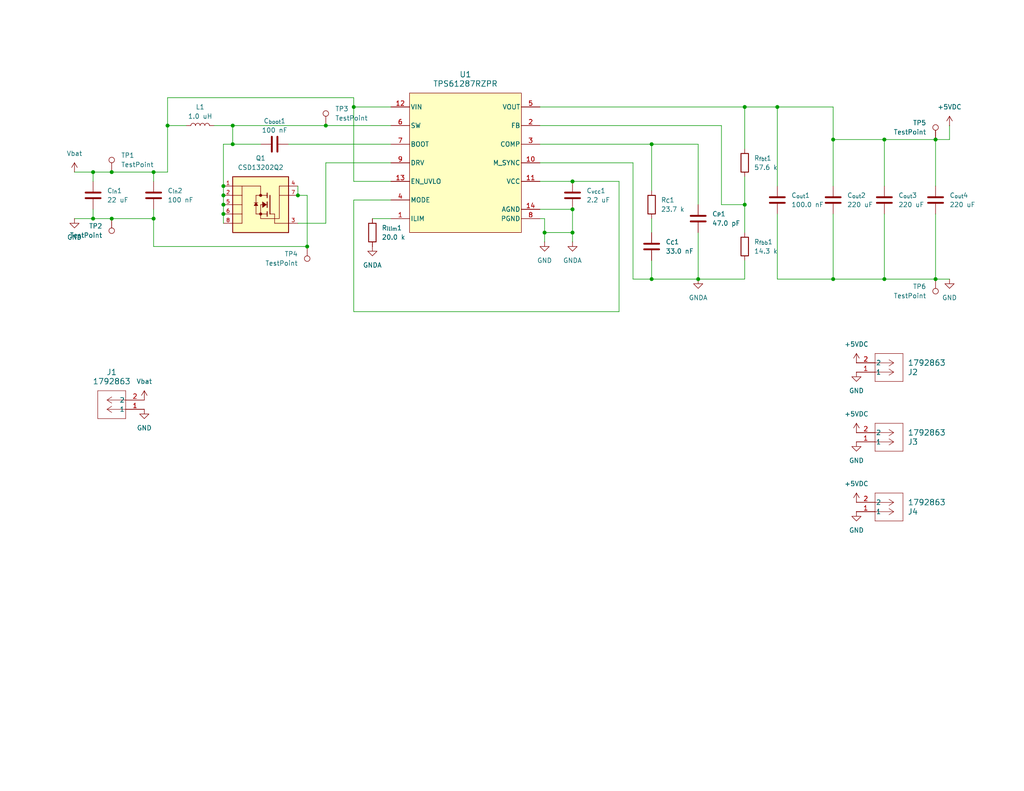
<source format=kicad_sch>
(kicad_sch (version 20250114) (generator "eeschema") (generator_version "9.0")
  (paper "USLetter")
  (title_block (title "5V, 10 A boost supply from 3.0-4.2 VDC input schematic") (date "2025-07-19") (rev "v1.0") (comment 1 "See details at github.com/jseyfert3/5V-Power-Supply") (comment 2 "Released under GPL-3.0-or-later license") (comment 3 "Copyright 2025 Jonathan Seyfert"))
  (lib_symbols
    (symbol "1792863:1792863" (pin_names (offset 0.254))
      (property "Reference" "J" (at 8.89 6.35 0))
      (property "Value" "1792863" (at 0 0 0))
      (symbol "1792863_0_1"
        (polyline (pts (xy 5.08 2.54) (xy 5.08 -5.08)) (stroke (width 0.127)))
        (polyline (pts (xy 5.08 -5.08) (xy 12.7 -5.08)) (stroke (width 0.127)))
        (polyline (pts (xy 10.16 0) (xy 5.08 0)) (stroke (width 0.127)))
        (polyline (pts (xy 10.16 0) (xy 8.89 0.8467)) (stroke (width 0.127)))
        (polyline (pts (xy 10.16 0) (xy 8.89 -0.8467)) (stroke (width 0.127)))
        (polyline (pts (xy 10.16 -2.54) (xy 5.08 -2.54)) (stroke (width 0.127)))
        (polyline (pts (xy 10.16 -2.54) (xy 8.89 -1.6933)) (stroke (width 0.127)))
        (polyline (pts (xy 10.16 -2.54) (xy 8.89 -3.3867)) (stroke (width 0.127)))
        (polyline (pts (xy 12.7 2.54) (xy 5.08 2.54)) (stroke (width 0.127)))
        (polyline (pts (xy 12.7 -5.08) (xy 12.7 2.54)) (stroke (width 0.127)))
        (pin unspecified line (at 0 0 0) (length 5.08) (name "1") (number "1"))
        (pin unspecified line (at 0 -2.54 0) (length 5.08) (name "2") (number "2"))
      )
    )
    (symbol "CSD13202Q2:CSD13202Q2" (pin_names (offset 1.016))
      (property "Reference" "Q" (at -7.62 8.382 0))
      (property "Value" "CSD13202Q2" (at -7.62 -8.382 0))
      (symbol "CSD13202Q2_0_0"
        (polyline (pts (xy -7.62 5.08) (xy -5.08 5.08)) (stroke (width 0.1524)))
        (polyline (pts (xy -7.62 2.54) (xy -5.08 2.54)) (stroke (width 0.1524)))
        (polyline (pts (xy -7.62 -5.08) (xy -3.81 -5.08)) (stroke (width 0.1524)))
        (rectangle (start -7.62 -7.62) (end 7.62 7.62) (stroke (width 0.254)) (fill (type background)))
        (polyline (pts (xy -5.08 5.08) (xy -5.08 2.54)) (stroke (width 0.1524)))
        (polyline (pts (xy -5.08 2.54) (xy -5.08 -3.81)) (stroke (width 0.1524)))
        (polyline (pts (xy -5.08 -3.81) (xy 0 -3.81)) (stroke (width 0.1524)))
        (polyline (pts (xy -3.81 -2.54) (xy -2.54 -2.54)) (stroke (width 0.1524)))
        (polyline (pts (xy -3.81 -5.08) (xy -3.81 -2.54)) (stroke (width 0.1524)))
        (polyline (pts (xy -2.54 2.54) (xy -2.54 -2.54)) (stroke (width 0.254)))
        (polyline (pts (xy -1.778 3.175) (xy -1.778 2.54)) (stroke (width 0.254)))
        (polyline (pts (xy -1.778 2.54) (xy -1.778 1.905)) (stroke (width 0.254)))
        (polyline (pts (xy -1.778 2.54) (xy 0 2.54)) (stroke (width 0.1524)))
        (polyline (pts (xy -1.778 0.762) (xy -1.778 0)) (stroke (width 0.254)))
        (polyline (pts (xy -1.778 0) (xy -1.778 -0.762)) (stroke (width 0.254)))
        (polyline (pts (xy -1.778 0) (xy 0 0)) (stroke (width 0.1524)))
        (polyline (pts (xy -1.778 -1.905) (xy -1.778 -2.54)) (stroke (width 0.254)))
        (polyline (pts (xy -1.778 -2.54) (xy -1.778 -3.175)) (stroke (width 0.254)))
        (polyline (pts (xy -1.524 0) (xy -0.508 0.762) (xy -0.508 -0.762) (xy -1.524 0)) (stroke (width 0.1524)) (fill (type outline)))
        (polyline (pts (xy 0 5.08) (xy 0 2.54)) (stroke (width 0.1524)))
        (circle (center 0 2.54) (radius 0.2032) (stroke (width 0.4064)))
        (polyline (pts (xy 0 2.54) (xy 1.27 2.54)) (stroke (width 0.1524)))
        (polyline (pts (xy 0 0) (xy 0 -2.54)) (stroke (width 0.1524)))
        (polyline (pts (xy 0 -2.54) (xy -1.778 -2.54)) (stroke (width 0.1524)))
        (polyline (pts (xy 0 -2.54) (xy 1.27 -2.54)) (stroke (width 0.1524)))
        (circle (center 0 -2.54) (radius 0.2032) (stroke (width 0.4064)))
        (polyline (pts (xy 0 -3.81) (xy 0 -2.54)) (stroke (width 0.1524)))
        (polyline (pts (xy 1.27 2.54) (xy 1.27 0.508)) (stroke (width 0.1524)))
        (polyline (pts (xy 1.27 0.508) (xy 0.762 0.508)) (stroke (width 0.1524)))
        (polyline (pts (xy 1.27 0.508) (xy 1.27 -2.54)) (stroke (width 0.1524)))
        (polyline (pts (xy 1.27 0.508) (xy 0.762 -0.254) (xy 1.778 -0.254) (xy 1.27 0.508)) (stroke (width 0.1524)) (fill (type outline)))
        (polyline (pts (xy 1.778 0.508) (xy 1.27 0.508)) (stroke (width 0.1524)))
        (polyline (pts (xy 5.08 5.08) (xy 0 5.08)) (stroke (width 0.1524)))
        (polyline (pts (xy 5.08 5.08) (xy 7.62 5.08)) (stroke (width 0.1524)))
        (polyline (pts (xy 5.08 2.54) (xy 5.08 5.08)) (stroke (width 0.1524)))
        (polyline (pts (xy 5.08 2.54) (xy 7.62 2.54)) (stroke (width 0.1524)))
        (polyline (pts (xy 5.08 0) (xy 5.08 2.54)) (stroke (width 0.1524)))
        (polyline (pts (xy 5.08 0) (xy 7.62 0)) (stroke (width 0.1524)))
        (polyline (pts (xy 5.08 -2.54) (xy 5.08 0)) (stroke (width 0.1524)))
        (polyline (pts (xy 5.08 -2.54) (xy 7.62 -2.54)) (stroke (width 0.1524)))
        (polyline (pts (xy 5.08 -5.08) (xy 5.08 -2.54)) (stroke (width 0.1524)))
        (polyline (pts (xy 5.08 -5.08) (xy 7.62 -5.08)) (stroke (width 0.1524)))
        (pin passive line (at -10.16 5.08 0) (length 2.54) (name "~") (number "4"))
        (pin passive line (at -10.16 2.54 0) (length 2.54) (name "~") (number "7"))
        (pin passive line (at -10.16 -5.08 0) (length 2.54) (name "~") (number "3"))
        (pin passive line (at 10.16 5.08 180) (length 2.54) (name "~") (number "1"))
        (pin passive line (at 10.16 2.54 180) (length 2.54) (name "~") (number "2"))
        (pin passive line (at 10.16 0 180) (length 2.54) (name "~") (number "5"))
        (pin passive line (at 10.16 -2.54 180) (length 2.54) (name "~") (number "6"))
        (pin passive line (at 10.16 -5.08 180) (length 2.54) (name "~") (number "8"))
      )
    )
    (symbol "Connector:TestPoint" (pin_numbers (hide yes)) (pin_names (offset 0.762) (hide yes))
      (property "Reference" "TP" (at 0 6.858 0))
      (property "Value" "TestPoint" (at 0 5.08 0))
      (symbol "TestPoint_0_1"
        (circle (center 0 3.302) (radius 0.762))
      )
      (symbol "TestPoint_1_1"
        (pin passive line (at 0 0 90) (length 2.54) (name "1") (number "1"))
      )
    )
    (symbol "Device:C" (pin_numbers (hide yes)) (pin_names (offset 0.254))
      (property "Reference" "C" (at 0.635 2.54 0))
      (property "Value" "C" (at 0.635 -2.54 0))
      (symbol "C_0_1"
        (polyline (pts (xy -2.032 0.762) (xy 2.032 0.762)) (stroke (width 0.508)))
        (polyline (pts (xy -2.032 -0.762) (xy 2.032 -0.762)) (stroke (width 0.508)))
      )
      (symbol "C_1_1"
        (pin passive line (at 0 3.81 270) (length 2.794) (name "~") (number "1"))
        (pin passive line (at 0 -3.81 90) (length 2.794) (name "~") (number "2"))
      )
    )
    (symbol "Device:L" (pin_numbers (hide yes)) (pin_names (offset 1.016) (hide yes))
      (property "Reference" "L" (at -1.27 0 90))
      (property "Value" "L" (at 1.905 0 90))
      (symbol "L_0_1"
        (arc (start 0 2.54) (mid 0.6323 1.905) (end 0 1.27))
        (arc (start 0 1.27) (mid 0.6323 0.635) (end 0 0))
        (arc (start 0 0) (mid 0.6323 -0.635) (end 0 -1.27))
        (arc (start 0 -1.27) (mid 0.6323 -1.905) (end 0 -2.54))
      )
      (symbol "L_1_1"
        (pin passive line (at 0 3.81 270) (length 1.27) (name "1") (number "1"))
        (pin passive line (at 0 -3.81 90) (length 1.27) (name "2") (number "2"))
      )
    )
    (symbol "Device:R" (pin_numbers (hide yes)) (pin_names (offset 0))
      (property "Reference" "R" (at 2.032 0 90))
      (property "Value" "R" (at 0 0 90))
      (symbol "R_0_1"
        (rectangle (start -1.016 -2.54) (end 1.016 2.54) (stroke (width 0.254)))
      )
      (symbol "R_1_1"
        (pin passive line (at 0 3.81 270) (length 1.27) (name "~") (number "1"))
        (pin passive line (at 0 -3.81 90) (length 1.27) (name "~") (number "2"))
      )
    )
    (symbol "TPS61287RZPR:TPS61287RZPR" (pin_names (offset 0.254))
      (property "Reference" "U" (at 21.336 9.398 0))
      (property "Value" "TPS61287RZPR" (at 21.59 6.604 0))
      (symbol "TPS61287RZPR_0_1"
        (rectangle (start 5.08 3.81) (end 35.56 -34.29) (fill (type background)))
        (pin power_in line (at 0 0 0) (length 5.08) (name "VIN") (number "12"))
        (pin power_in line (at 0 -5.08 0) (length 5.08) (name "SW") (number "6"))
        (pin unspecified line (at 0 -10.16 0) (length 5.08) (name "BOOT") (number "7"))
        (pin unspecified line (at 0 -15.24 0) (length 5.08) (name "DRV") (number "9"))
        (pin input line (at 0 -20.32 0) (length 5.08) (name "EN_UVLO") (number "13"))
        (pin input line (at 0 -25.4 0) (length 5.08) (name "MODE") (number "4"))
        (pin unspecified line (at 0 -30.48 0) (length 5.08) (name "ILIM") (number "1"))
        (pin unspecified line (at 40.64 0 180) (length 5.08) (name "VOUT") (number "5"))
        (pin unspecified line (at 40.64 -5.08 180) (length 5.08) (name "FB") (number "2"))
        (pin unspecified line (at 40.64 -10.16 180) (length 5.08) (name "COMP") (number "3"))
        (pin unspecified line (at 40.64 -15.24 180) (length 5.08) (name "M_SYNC") (number "10"))
        (pin unspecified line (at 40.64 -20.32 180) (length 5.08) (name "VCC") (number "11"))
        (pin power_in line (at 40.64 -27.94 180) (length 5.08) (name "AGND") (number "14"))
        (pin power_in line (at 40.64 -30.48 180) (length 5.08) (name "PGND") (number "8"))
      )
    )
    (symbol "power:GND" (power) (pin_numbers (hide yes)) (pin_names (offset 0) (hide yes))
      (property "Value" "GND" (at 0 -3.81 0))
      (symbol "GND_0_1"
        (polyline (pts (xy 0 0) (xy 0 -1.27) (xy 1.27 -1.27) (xy 0 -2.54) (xy -1.27 -1.27) (xy 0 -1.27)))
      )
      (symbol "GND_1_1"
        (pin power_in line (at 0 0 270) (length 0) (name "~") (number "1"))
      )
    )
    (symbol "power:GNDA" (power) (pin_numbers (hide yes)) (pin_names (offset 0) (hide yes))
      (property "Value" "GNDA" (at 0 -3.81 0))
      (symbol "GNDA_0_1"
        (polyline (pts (xy 0 0) (xy 0 -1.27) (xy 1.27 -1.27) (xy 0 -2.54) (xy -1.27 -1.27) (xy 0 -1.27)))
      )
      (symbol "GNDA_1_1"
        (pin power_in line (at 0 0 270) (length 0) (name "~") (number "1"))
      )
    )
    (symbol "power:VCC" (power) (pin_numbers (hide yes)) (pin_names (offset 0) (hide yes))
      (property "Value" "VCC" (at 0 3.556 0))
      (symbol "VCC_0_1"
        (polyline (pts (xy -0.762 1.27) (xy 0 2.54)))
        (polyline (pts (xy 0 2.54) (xy 0.762 1.27)))
        (polyline (pts (xy 0 0) (xy 0 2.54)))
      )
      (symbol "VCC_1_1"
        (pin power_in line (at 0 0 90) (length 0) (name "~") (number "1"))
      )
    )
  )
  (junction (at 156.21 63.5))
  (junction (at 255.27 38.1))
  (junction (at 25.4 46.99))
  (junction (at 60.96 55.88))
  (junction (at 63.5 39.37))
  (junction (at 63.5 34.29))
  (junction (at 30.48 59.69))
  (junction (at 88.9 34.29))
  (junction (at 45.72 34.29))
  (junction (at 60.96 50.8))
  (junction (at 241.3 38.1))
  (junction (at 83.82 67.31))
  (junction (at 81.28 53.34))
  (junction (at 203.2 29.21))
  (junction (at 227.33 76.2))
  (junction (at 60.96 53.34))
  (junction (at 25.4 59.69))
  (junction (at 156.21 49.53))
  (junction (at 241.3 76.2))
  (junction (at 177.8 76.2))
  (junction (at 203.2 55.88))
  (junction (at 190.5 76.2))
  (junction (at 41.91 59.69))
  (junction (at 148.59 63.5))
  (junction (at 60.96 58.42))
  (junction (at 30.48 46.99))
  (junction (at 96.52 29.21))
  (junction (at 177.8 39.37))
  (junction (at 156.21 57.15))
  (junction (at 227.33 38.1))
  (junction (at 41.91 46.99))
  (junction (at 212.09 29.21))
  (junction (at 255.27 76.2))
  (wire (pts (xy 147.32 29.21) (xy 203.2 29.21)))
  (wire (pts (xy 101.6 59.69) (xy 106.68 59.69)))
  (wire (pts (xy 83.82 53.34) (xy 83.82 67.31)))
  (wire (pts (xy 212.09 29.21) (xy 212.09 50.8)))
  (wire (pts (xy 106.68 54.61) (xy 96.52 54.61)))
  (wire (pts (xy 60.96 60.96) (xy 60.96 58.42)))
  (wire (pts (xy 259.08 38.1) (xy 255.27 38.1)))
  (wire (pts (xy 227.33 38.1) (xy 241.3 38.1)))
  (wire (pts (xy 259.08 76.2) (xy 255.27 76.2)))
  (wire (pts (xy 60.96 58.42) (xy 60.96 55.88)))
  (wire (pts (xy 177.8 59.69) (xy 177.8 63.5)))
  (wire (pts (xy 106.68 49.53) (xy 96.52 49.53)))
  (wire (pts (xy 190.5 39.37) (xy 177.8 39.37)))
  (wire (pts (xy 203.2 29.21) (xy 203.2 40.64)))
  (wire (pts (xy 227.33 29.21) (xy 227.33 38.1)))
  (wire (pts (xy 41.91 57.15) (xy 41.91 59.69)))
  (wire (pts (xy 88.9 60.96) (xy 88.9 44.45)))
  (wire (pts (xy 96.52 49.53) (xy 96.52 29.21)))
  (wire (pts (xy 96.52 54.61) (xy 96.52 85.09)))
  (wire (pts (xy 255.27 58.42) (xy 255.27 76.2)))
  (wire (pts (xy 81.28 53.34) (xy 83.82 53.34)))
  (wire (pts (xy 45.72 46.99) (xy 45.72 34.29)))
  (wire (pts (xy 255.27 50.8) (xy 255.27 38.1)))
  (wire (pts (xy 227.33 38.1) (xy 227.33 50.8)))
  (wire (pts (xy 177.8 71.12) (xy 177.8 76.2)))
  (wire (pts (xy 259.08 34.29) (xy 259.08 38.1)))
  (wire (pts (xy 78.74 39.37) (xy 106.68 39.37)))
  (wire (pts (xy 168.91 85.09) (xy 168.91 49.53)))
  (wire (pts (xy 148.59 59.69) (xy 148.59 63.5)))
  (wire (pts (xy 71.12 39.37) (xy 63.5 39.37)))
  (wire (pts (xy 45.72 26.67) (xy 96.52 26.67)))
  (wire (pts (xy 203.2 29.21) (xy 212.09 29.21)))
  (wire (pts (xy 25.4 46.99) (xy 30.48 46.99)))
  (wire (pts (xy 81.28 50.8) (xy 81.28 53.34)))
  (wire (pts (xy 81.28 60.96) (xy 88.9 60.96)))
  (wire (pts (xy 241.3 38.1) (xy 255.27 38.1)))
  (wire (pts (xy 148.59 63.5) (xy 156.21 63.5)))
  (wire (pts (xy 63.5 39.37) (xy 63.5 34.29)))
  (wire (pts (xy 25.4 59.69) (xy 20.32 59.69)))
  (wire (pts (xy 212.09 76.2) (xy 212.09 58.42)))
  (wire (pts (xy 196.85 34.29) (xy 147.32 34.29)))
  (wire (pts (xy 88.9 44.45) (xy 106.68 44.45)))
  (wire (pts (xy 41.91 46.99) (xy 41.91 49.53)))
  (wire (pts (xy 156.21 63.5) (xy 156.21 66.04)))
  (wire (pts (xy 241.3 50.8) (xy 241.3 38.1)))
  (wire (pts (xy 20.32 46.99) (xy 25.4 46.99)))
  (wire (pts (xy 172.72 76.2) (xy 172.72 44.45)))
  (wire (pts (xy 148.59 63.5) (xy 148.59 66.04)))
  (wire (pts (xy 60.96 50.8) (xy 60.96 39.37)))
  (wire (pts (xy 147.32 57.15) (xy 156.21 57.15)))
  (wire (pts (xy 60.96 39.37) (xy 63.5 39.37)))
  (wire (pts (xy 25.4 57.15) (xy 25.4 59.69)))
  (wire (pts (xy 41.91 67.31) (xy 41.91 59.69)))
  (wire (pts (xy 196.85 55.88) (xy 196.85 34.29)))
  (wire (pts (xy 96.52 29.21) (xy 106.68 29.21)))
  (wire (pts (xy 30.48 59.69) (xy 25.4 59.69)))
  (wire (pts (xy 241.3 76.2) (xy 227.33 76.2)))
  (wire (pts (xy 203.2 48.26) (xy 203.2 55.88)))
  (wire (pts (xy 172.72 76.2) (xy 177.8 76.2)))
  (wire (pts (xy 41.91 59.69) (xy 30.48 59.69)))
  (wire (pts (xy 63.5 34.29) (xy 88.9 34.29)))
  (wire (pts (xy 96.52 26.67) (xy 96.52 29.21)))
  (wire (pts (xy 96.52 85.09) (xy 168.91 85.09)))
  (wire (pts (xy 212.09 29.21) (xy 227.33 29.21)))
  (wire (pts (xy 156.21 49.53) (xy 147.32 49.53)))
  (wire (pts (xy 203.2 71.12) (xy 203.2 76.2)))
  (wire (pts (xy 88.9 34.29) (xy 106.68 34.29)))
  (wire (pts (xy 25.4 46.99) (xy 25.4 49.53)))
  (wire (pts (xy 177.8 76.2) (xy 190.5 76.2)))
  (wire (pts (xy 227.33 76.2) (xy 212.09 76.2)))
  (wire (pts (xy 241.3 76.2) (xy 255.27 76.2)))
  (wire (pts (xy 203.2 55.88) (xy 203.2 63.5)))
  (wire (pts (xy 203.2 76.2) (xy 190.5 76.2)))
  (wire (pts (xy 50.8 34.29) (xy 45.72 34.29)))
  (wire (pts (xy 177.8 52.07) (xy 177.8 39.37)))
  (wire (pts (xy 190.5 55.88) (xy 190.5 39.37)))
  (wire (pts (xy 241.3 58.42) (xy 241.3 76.2)))
  (wire (pts (xy 60.96 55.88) (xy 60.96 53.34)))
  (wire (pts (xy 177.8 39.37) (xy 147.32 39.37)))
  (wire (pts (xy 168.91 49.53) (xy 156.21 49.53)))
  (wire (pts (xy 227.33 58.42) (xy 227.33 76.2)))
  (wire (pts (xy 172.72 44.45) (xy 147.32 44.45)))
  (wire (pts (xy 203.2 55.88) (xy 196.85 55.88)))
  (wire (pts (xy 83.82 67.31) (xy 41.91 67.31)))
  (wire (pts (xy 41.91 46.99) (xy 45.72 46.99)))
  (wire (pts (xy 58.42 34.29) (xy 63.5 34.29)))
  (wire (pts (xy 60.96 53.34) (xy 60.96 50.8)))
  (wire (pts (xy 190.5 63.5) (xy 190.5 76.2)))
  (wire (pts (xy 156.21 57.15) (xy 156.21 63.5)))
  (wire (pts (xy 30.48 46.99) (xy 41.91 46.99)))
  (wire (pts (xy 147.32 59.69) (xy 148.59 59.69)))
  (wire (pts (xy 45.72 34.29) (xy 45.72 26.67)))
  (symbol (lib_id "Device:C") (at 25.4 53.34 0) (unit 1)
    (property "Reference" "C_{in}1" (at 29.21 52.0699 0) (effects (justify left)))
    (property "Value" "22 uF" (at 29.21 54.6099 0) (effects (justify left)))
    (property "Footprint" "Capacitor_SMD:C_0603_1608Metric" (effects (hide yes)))
    (property "Description" "Unpolarized capacitor" (effects (hide yes)))
  )
  (symbol (lib_id "Device:C") (at 255.27 54.61 0) (unit 1)
    (property "Reference" "C_{out}4" (at 259.08 53.3399 0) (effects (justify left)))
    (property "Value" "220 uF" (at 259.08 55.8799 0) (effects (justify left)))
    (property "Footprint" "Capacitor_SMD:C_1206_3216Metric_Pad1.33x1.80mm_HandSolder" (effects (hide yes)))
    (property "Description" "Unpolarized capacitor" (effects (hide yes)))
  )
  (symbol (lib_id "1792863:1792863") (at 39.37 111.76 180) (unit 1)
    (property "Reference" "J1" (at 30.48 101.6 0) (effects (font (size 1.524 1.524))))
    (property "Value" "1792863" (at 30.48 104.14 0) (effects (font (size 1.524 1.524))))
    (property "Footprint" "1792863:CONN_1792863_PXC" (effects (hide yes)))
    (property "Datasheet" "1792863" (effects (hide yes)))
    (property "Description" "Terminal block, 2 position side entry" (effects (hide yes)))
  )
  (symbol (lib_id "Device:C") (at 241.3 54.61 0) (unit 1)
    (property "Reference" "C_{out}3" (at 245.11 53.3399 0) (effects (justify left)))
    (property "Value" "220 uF" (at 245.11 55.8799 0) (effects (justify left)))
    (property "Footprint" "Capacitor_SMD:C_1206_3216Metric_Pad1.33x1.80mm_HandSolder" (effects (hide yes)))
    (property "Description" "Unpolarized capacitor" (effects (hide yes)))
  )
  (symbol (lib_id "Device:R") (at 177.8 55.88 0) (unit 1)
    (property "Reference" "R_{C}1" (at 180.34 54.6099 0) (effects (justify left)))
    (property "Value" "23.7 k" (at 180.34 57.1499 0) (effects (justify left)))
    (property "Footprint" "Resistor_SMD:R_0402_1005Metric" (effects (hide yes)))
    (property "Description" "Resistor" (effects (hide yes)))
  )
  (symbol (lib_id "power:GND") (at 233.68 101.6 0) (unit 1)
    (property "Reference" "#PWR012" (effects (hide yes)))
    (property "Value" "GND" (at 233.68 106.68 0))
    (property "Description" "Power symbol creates a global label with name \"GND\" , ground" (effects (hide yes)))
  )
  (symbol (lib_id "power:VCC") (at 233.68 137.16 0) (unit 1)
    (property "Reference" "#PWR015" (effects (hide yes)))
    (property "Value" "+5VDC" (at 233.68 132.08 0))
    (property "Description" "Power symbol creates a global label with name \"VCC\"" (effects (hide yes)))
  )
  (symbol (lib_id "1792863:1792863") (at 233.68 120.65 0) (mirror x) (unit 1)
    (property "Reference" "J3" (at 247.65 120.6501 0) (effects (font (size 1.524 1.524)) (justify left)))
    (property "Value" "1792863" (at 247.65 118.1101 0) (effects (font (size 1.524 1.524)) (justify left)))
    (property "Footprint" "1792863:CONN_1792863_PXC" (effects (hide yes)))
    (property "Datasheet" "1792863" (effects (hide yes)))
    (property "Description" "Terminal block, 2 position side entry" (effects (hide yes)))
  )
  (symbol (lib_id "CSD13202Q2:CSD13202Q2") (at 71.12 55.88 0) (mirror y) (unit 1)
    (property "Reference" "Q1" (at 71.12 43.18 0))
    (property "Value" "CSD13202Q2" (at 71.12 45.72 0))
    (property "Footprint" "CSD13202Q2:TRANS_CSD13202Q2" (effects (hide yes)))
    (property "PARTREV" "A" (effects (hide yes)))
    (property "STANDARD" "Manufacturer Recommendations" (effects (hide yes)))
    (property "MAXIMUM_PACKAGE_HEIGHT" "0.8 mm" (effects (hide yes)))
    (property "MANUFACTURER" "Texas Instruments" (effects (hide yes)))
  )
  (symbol (lib_id "Device:C") (at 177.8 67.31 0) (unit 1)
    (property "Reference" "C_{C}1" (at 181.61 66.0399 0) (effects (justify left)))
    (property "Value" "33.0 nF" (at 181.61 68.5799 0) (effects (justify left)))
    (property "Footprint" "Capacitor_SMD:C_0402_1005Metric" (effects (hide yes)))
    (property "Description" "Unpolarized capacitor" (effects (hide yes)))
  )
  (symbol (lib_id "power:VCC") (at 233.68 99.06 0) (unit 1)
    (property "Reference" "#PWR011" (effects (hide yes)))
    (property "Value" "+5VDC" (at 233.68 93.98 0))
    (property "Description" "Power symbol creates a global label with name \"VCC\"" (effects (hide yes)))
  )
  (symbol (lib_id "Connector:TestPoint") (at 30.48 46.99 0) (unit 1)
    (property "Reference" "TP1" (at 33.02 42.4179 0) (effects (justify left)))
    (property "Value" "TestPoint" (at 33.02 44.9579 0) (effects (justify left)))
    (property "Footprint" "TestPoint:TestPoint_THTPad_D1.0mm_Drill0.5mm" (effects (hide yes)))
    (property "Description" "test point" (effects (hide yes)))
  )
  (symbol (lib_id "Device:C") (at 212.09 54.61 0) (unit 1)
    (property "Reference" "C_{out}1" (at 215.9 53.3399 0) (effects (justify left)))
    (property "Value" "100.0 nF" (at 215.9 55.8799 0) (effects (justify left)))
    (property "Footprint" "Capacitor_SMD:C_0402_1005Metric_Pad0.74x0.62mm_HandSolder" (effects (hide yes)))
    (property "Description" "Unpolarized capacitor" (effects (hide yes)))
  )
  (symbol (lib_id "TPS61287RZPR:TPS61287RZPR") (at 106.68 29.21 0) (unit 1)
    (property "Reference" "U1" (at 127 20.32 0) (effects (font (size 1.524 1.524))))
    (property "Value" "TPS61287RZPR" (at 127 22.86 0) (effects (font (size 1.524 1.524))))
    (property "Footprint" "TPS61287RZPR:RZP0014A-MFG" (effects (hide yes)))
    (property "Datasheet" "TPS61287RZPR" (effects (hide yes)))
  )
  (symbol (lib_id "Device:R") (at 203.2 67.31 0) (unit 1)
    (property "Reference" "R_{fbb}1" (at 205.74 66.0399 0) (effects (justify left)))
    (property "Value" "14.3 k" (at 205.74 68.5799 0) (effects (justify left)))
    (property "Footprint" "Resistor_SMD:R_0402_1005Metric_Pad0.72x0.64mm_HandSolder" (effects (hide yes)))
    (property "Description" "Resistor" (effects (hide yes)))
  )
  (symbol (lib_id "Device:C") (at 41.91 53.34 0) (unit 1)
    (property "Reference" "C_{in}2" (at 45.72 52.0699 0) (effects (justify left)))
    (property "Value" "100 nF" (at 45.72 54.6099 0) (effects (justify left)))
    (property "Footprint" "Capacitor_SMD:C_0402_1005Metric_Pad0.74x0.62mm_HandSolder" (effects (hide yes)))
    (property "Description" "Unpolarized capacitor" (effects (hide yes)))
  )
  (symbol (lib_id "power:VCC") (at 20.32 46.99 0) (unit 1)
    (property "Reference" "#PWR01" (effects (hide yes)))
    (property "Value" "Vbat" (at 20.32 41.91 0))
    (property "Description" "Power symbol creates a global label with name \"VCC\"" (effects (hide yes)))
  )
  (symbol (lib_id "power:VCC") (at 233.68 118.11 0) (unit 1)
    (property "Reference" "#PWR013" (effects (hide yes)))
    (property "Value" "+5VDC" (at 233.68 113.03 0))
    (property "Description" "Power symbol creates a global label with name \"VCC\"" (effects (hide yes)))
  )
  (symbol (lib_id "Connector:TestPoint") (at 30.48 59.69 0) (mirror x) (unit 1)
    (property "Reference" "TP2" (at 27.94 61.7219 0) (effects (justify right)))
    (property "Value" "TestPoint" (at 27.94 64.2619 0) (effects (justify right)))
    (property "Footprint" "TestPoint:TestPoint_THTPad_D1.0mm_Drill0.5mm" (effects (hide yes)))
    (property "Description" "test point" (effects (hide yes)))
  )
  (symbol (lib_id "power:GND") (at 148.59 66.04 0) (unit 1)
    (property "Reference" "#PWR04" (effects (hide yes)))
    (property "Value" "GND" (at 148.59 71.12 0))
    (property "Description" "Power symbol creates a global label with name \"GND\" , ground" (effects (hide yes)))
  )
  (symbol (lib_id "Device:L") (at 54.61 34.29 90) (unit 1)
    (property "Reference" "L1" (at 54.61 29.21 90))
    (property "Value" "1.0 uH" (at 54.61 31.75 90))
    (property "Footprint" "Inductor_SMD:L_Coilcraft_XAL7070-XXX" (effects (hide yes)))
    (property "Description" "Inductor" (effects (hide yes)))
  )
  (symbol (lib_id "power:GND") (at 20.32 59.69 0) (unit 1)
    (property "Reference" "#PWR02" (effects (hide yes)))
    (property "Value" "GND" (at 20.32 64.77 0))
    (property "Description" "Power symbol creates a global label with name \"GND\" , ground" (effects (hide yes)))
  )
  (symbol (lib_id "power:GND") (at 39.37 111.76 0) (unit 1)
    (property "Reference" "#PWR010" (effects (hide yes)))
    (property "Value" "GND" (at 39.37 116.84 0))
    (property "Description" "Power symbol creates a global label with name \"GND\" , ground" (effects (hide yes)))
  )
  (symbol (lib_id "power:VCC") (at 39.37 109.22 0) (unit 1)
    (property "Reference" "#PWR09" (effects (hide yes)))
    (property "Value" "Vbat" (at 39.37 104.14 0))
    (property "Description" "Power symbol creates a global label with name \"VCC\"" (effects (hide yes)))
  )
  (symbol (lib_id "Device:C") (at 74.93 39.37 90) (unit 1)
    (property "Reference" "C_{boot}1" (at 74.93 33.02 90))
    (property "Value" "100 nF" (at 74.93 35.56 90))
    (property "Footprint" "Capacitor_SMD:C_0402_1005Metric_Pad0.74x0.62mm_HandSolder" (effects (hide yes)))
    (property "Description" "Unpolarized capacitor" (effects (hide yes)))
  )
  (symbol (lib_id "Device:C") (at 227.33 54.61 0) (unit 1)
    (property "Reference" "C_{out}2" (at 231.14 53.3399 0) (effects (justify left)))
    (property "Value" "220 uF" (at 231.14 55.8799 0) (effects (justify left)))
    (property "Footprint" "Capacitor_SMD:C_1206_3216Metric_Pad1.33x1.80mm_HandSolder" (effects (hide yes)))
    (property "Description" "Unpolarized capacitor" (effects (hide yes)))
  )
  (symbol (lib_id "power:GNDA") (at 101.6 67.31 0) (unit 1)
    (property "Reference" "#PWR05" (effects (hide yes)))
    (property "Value" "GNDA" (at 101.6 72.39 0))
    (property "Description" "Power symbol creates a global label with name \"GNDA\" , analog ground" (effects (hide yes)))
  )
  (symbol (lib_id "Device:C") (at 156.21 53.34 0) (unit 1)
    (property "Reference" "C_{vcc}1" (at 160.02 52.0699 0) (effects (justify left)))
    (property "Value" "2.2 uF" (at 160.02 54.6099 0) (effects (justify left)))
    (property "Footprint" "Capacitor_SMD:C_0603_1608Metric" (effects (hide yes)))
    (property "Description" "Unpolarized capacitor" (effects (hide yes)))
  )
  (symbol (lib_id "1792863:1792863") (at 233.68 139.7 0) (mirror x) (unit 1)
    (property "Reference" "J4" (at 247.65 139.7001 0) (effects (font (size 1.524 1.524)) (justify left)))
    (property "Value" "1792863" (at 247.65 137.1601 0) (effects (font (size 1.524 1.524)) (justify left)))
    (property "Footprint" "1792863:CONN_1792863_PXC" (effects (hide yes)))
    (property "Datasheet" "1792863" (effects (hide yes)))
    (property "Description" "Terminal block, 2 position side entry" (effects (hide yes)))
  )
  (symbol (lib_id "Device:R") (at 203.2 44.45 0) (unit 1)
    (property "Reference" "R_{fbt}1" (at 205.74 43.1799 0) (effects (justify left)))
    (property "Value" "57.6 k" (at 205.74 45.7199 0) (effects (justify left)))
    (property "Footprint" "Resistor_SMD:R_0402_1005Metric_Pad0.72x0.64mm_HandSolder" (effects (hide yes)))
    (property "Description" "Resistor" (effects (hide yes)))
  )
  (symbol (lib_id "power:GNDA") (at 156.21 66.04 0) (unit 1)
    (property "Reference" "#PWR03" (effects (hide yes)))
    (property "Value" "GNDA" (at 156.21 71.12 0))
    (property "Description" "Power symbol creates a global label with name \"GNDA\" , analog ground" (effects (hide yes)))
  )
  (symbol (lib_id "Connector:TestPoint") (at 83.82 67.31 0) (mirror x) (unit 1)
    (property "Reference" "TP4" (at 81.28 69.3419 0) (effects (justify right)))
    (property "Value" "TestPoint" (at 81.28 71.8819 0) (effects (justify right)))
    (property "Footprint" "TestPoint:TestPoint_THTPad_D1.0mm_Drill0.5mm" (effects (hide yes)))
    (property "Description" "test point" (effects (hide yes)))
  )
  (symbol (lib_id "1792863:1792863") (at 233.68 101.6 0) (mirror x) (unit 1)
    (property "Reference" "J2" (at 247.65 101.6001 0) (effects (font (size 1.524 1.524)) (justify left)))
    (property "Value" "1792863" (at 247.65 99.0601 0) (effects (font (size 1.524 1.524)) (justify left)))
    (property "Footprint" "1792863:CONN_1792863_PXC" (effects (hide yes)))
    (property "Datasheet" "1792863" (effects (hide yes)))
    (property "Description" "Terminal block, 2 position side entry" (effects (hide yes)))
  )
  (symbol (lib_id "power:VCC") (at 259.08 34.29 0) (unit 1)
    (property "Reference" "#PWR06" (effects (hide yes)))
    (property "Value" "+5VDC" (at 259.08 29.21 0))
    (property "Description" "Power symbol creates a global label with name \"VCC\"" (effects (hide yes)))
  )
  (symbol (lib_id "power:GND") (at 259.08 76.2 0) (unit 1)
    (property "Reference" "#PWR07" (effects (hide yes)))
    (property "Value" "GND" (at 259.08 81.28 0))
    (property "Description" "Power symbol creates a global label with name \"GND\" , ground" (effects (hide yes)))
  )
  (symbol (lib_id "power:GNDA") (at 190.5 76.2 0) (unit 1)
    (property "Reference" "#PWR08" (effects (hide yes)))
    (property "Value" "GNDA" (at 190.5 81.28 0))
    (property "Description" "Power symbol creates a global label with name \"GNDA\" , analog ground" (effects (hide yes)))
  )
  (symbol (lib_id "Connector:TestPoint") (at 88.9 34.29 0) (unit 1)
    (property "Reference" "TP3" (at 91.44 29.7179 0) (effects (justify left)))
    (property "Value" "TestPoint" (at 91.44 32.2579 0) (effects (justify left)))
    (property "Footprint" "TestPoint:TestPoint_THTPad_D1.0mm_Drill0.5mm" (effects (hide yes)))
    (property "Description" "test point" (effects (hide yes)))
  )
  (symbol (lib_id "Connector:TestPoint") (at 255.27 38.1 0) (mirror y) (unit 1)
    (property "Reference" "TP5" (at 252.73 33.5279 0) (effects (justify left)))
    (property "Value" "TestPoint" (at 252.73 36.0679 0) (effects (justify left)))
    (property "Footprint" "TestPoint:TestPoint_THTPad_D1.0mm_Drill0.5mm" (effects (hide yes)))
    (property "Description" "test point" (effects (hide yes)))
  )
  (symbol (lib_id "Device:C") (at 190.5 59.69 0) (unit 1)
    (property "Reference" "C_{P}1" (at 194.31 58.4199 0) (effects (justify left)))
    (property "Value" "47.0 pF" (at 194.31 60.9599 0) (effects (justify left)))
    (property "Footprint" "Capacitor_SMD:C_0805_2012Metric" (effects (hide yes)))
    (property "Description" "Unpolarized capacitor" (effects (hide yes)))
  )
  (symbol (lib_id "Connector:TestPoint") (at 255.27 76.2 0) (mirror x) (unit 1)
    (property "Reference" "TP6" (at 252.73 78.2319 0) (effects (justify right)))
    (property "Value" "TestPoint" (at 252.73 80.7719 0) (effects (justify right)))
    (property "Footprint" "TestPoint:TestPoint_THTPad_D1.0mm_Drill0.5mm" (effects (hide yes)))
    (property "Description" "test point" (effects (hide yes)))
  )
  (symbol (lib_id "Device:R") (at 101.6 63.5 0) (unit 1)
    (property "Reference" "R_{ilim}1" (at 104.14 62.2299 0) (effects (justify left)))
    (property "Value" "20.0 k" (at 104.14 64.7699 0) (effects (justify left)))
    (property "Footprint" "Resistor_SMD:R_0402_1005Metric_Pad0.72x0.64mm_HandSolder" (effects (hide yes)))
    (property "Description" "Resistor" (effects (hide yes)))
  )
  (symbol (lib_id "power:GND") (at 233.68 120.65 0) (unit 1)
    (property "Reference" "#PWR014" (effects (hide yes)))
    (property "Value" "GND" (at 233.68 125.73 0))
    (property "Description" "Power symbol creates a global label with name \"GND\" , ground" (effects (hide yes)))
  )
  (symbol (lib_id "power:GND") (at 233.68 139.7 0) (unit 1)
    (property "Reference" "#PWR016" (effects (hide yes)))
    (property "Value" "GND" (at 233.68 144.78 0))
    (property "Description" "Power symbol creates a global label with name \"GND\" , ground" (effects (hide yes)))
  )
)
</source>
